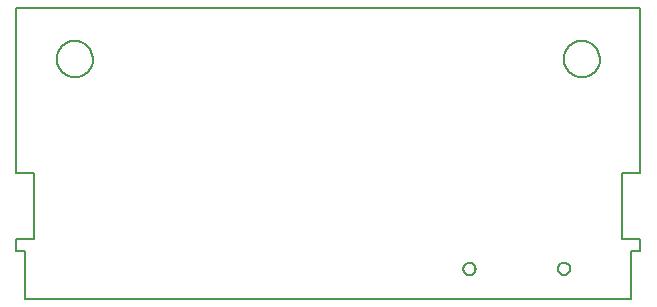
<source format=gbr>
G04 (created by PCBNEW-RS274X (2012-01-19 BZR 3256)-stable) date 26/03/2013 21:56:11*
G01*
G70*
G90*
%MOIN*%
G04 Gerber Fmt 3.4, Leading zero omitted, Abs format*
%FSLAX34Y34*%
G04 APERTURE LIST*
%ADD10C,0.006000*%
%ADD11C,0.005000*%
G04 APERTURE END LIST*
G54D10*
G54D11*
X80000Y-60300D02*
X100800Y-60300D01*
X98456Y-69000D02*
X98452Y-69040D01*
X98440Y-69078D01*
X98421Y-69113D01*
X98396Y-69145D01*
X98365Y-69170D01*
X98329Y-69189D01*
X98291Y-69201D01*
X98251Y-69205D01*
X98212Y-69202D01*
X98173Y-69190D01*
X98138Y-69172D01*
X98106Y-69147D01*
X98081Y-69116D01*
X98061Y-69081D01*
X98049Y-69042D01*
X98045Y-69002D01*
X98048Y-68963D01*
X98059Y-68925D01*
X98077Y-68889D01*
X98102Y-68857D01*
X98133Y-68831D01*
X98168Y-68812D01*
X98206Y-68799D01*
X98246Y-68795D01*
X98285Y-68798D01*
X98324Y-68808D01*
X98360Y-68827D01*
X98392Y-68851D01*
X98418Y-68882D01*
X98438Y-68917D01*
X98450Y-68955D01*
X98455Y-68995D01*
X98456Y-69000D01*
X95306Y-69000D02*
X95302Y-69040D01*
X95290Y-69078D01*
X95271Y-69113D01*
X95246Y-69145D01*
X95215Y-69170D01*
X95179Y-69189D01*
X95141Y-69201D01*
X95101Y-69205D01*
X95062Y-69202D01*
X95023Y-69190D01*
X94988Y-69172D01*
X94956Y-69147D01*
X94931Y-69116D01*
X94911Y-69081D01*
X94899Y-69042D01*
X94895Y-69002D01*
X94898Y-68963D01*
X94909Y-68925D01*
X94927Y-68889D01*
X94952Y-68857D01*
X94983Y-68831D01*
X95018Y-68812D01*
X95056Y-68799D01*
X95096Y-68795D01*
X95135Y-68798D01*
X95174Y-68808D01*
X95210Y-68827D01*
X95242Y-68851D01*
X95268Y-68882D01*
X95288Y-68917D01*
X95300Y-68955D01*
X95305Y-68995D01*
X95306Y-69000D01*
X99450Y-62000D02*
X99438Y-62116D01*
X99404Y-62228D01*
X99349Y-62332D01*
X99275Y-62422D01*
X99185Y-62497D01*
X99082Y-62553D01*
X98970Y-62587D01*
X98854Y-62599D01*
X98738Y-62589D01*
X98626Y-62556D01*
X98522Y-62502D01*
X98431Y-62428D01*
X98355Y-62338D01*
X98299Y-62236D01*
X98264Y-62124D01*
X98251Y-62008D01*
X98260Y-61892D01*
X98293Y-61780D01*
X98346Y-61675D01*
X98419Y-61584D01*
X98508Y-61508D01*
X98610Y-61451D01*
X98722Y-61414D01*
X98838Y-61401D01*
X98954Y-61410D01*
X99066Y-61441D01*
X99171Y-61494D01*
X99263Y-61566D01*
X99340Y-61655D01*
X99398Y-61756D01*
X99435Y-61868D01*
X99449Y-61984D01*
X99450Y-62000D01*
X82550Y-62000D02*
X82538Y-62116D01*
X82504Y-62228D01*
X82449Y-62332D01*
X82375Y-62422D01*
X82285Y-62497D01*
X82182Y-62553D01*
X82070Y-62587D01*
X81954Y-62599D01*
X81838Y-62589D01*
X81726Y-62556D01*
X81622Y-62502D01*
X81531Y-62428D01*
X81455Y-62338D01*
X81399Y-62236D01*
X81364Y-62124D01*
X81351Y-62008D01*
X81360Y-61892D01*
X81393Y-61780D01*
X81446Y-61675D01*
X81519Y-61584D01*
X81608Y-61508D01*
X81710Y-61451D01*
X81822Y-61414D01*
X81938Y-61401D01*
X82054Y-61410D01*
X82166Y-61441D01*
X82271Y-61494D01*
X82363Y-61566D01*
X82440Y-61655D01*
X82498Y-61756D01*
X82535Y-61868D01*
X82549Y-61984D01*
X82550Y-62000D01*
X80300Y-70000D02*
X100500Y-70000D01*
X100800Y-65800D02*
X100800Y-60300D01*
X100200Y-65800D02*
X100800Y-65800D01*
X100200Y-65800D02*
X100200Y-68000D01*
X100800Y-68000D02*
X100200Y-68000D01*
X100800Y-68400D02*
X100800Y-68000D01*
X100500Y-68400D02*
X100800Y-68400D01*
X100500Y-70000D02*
X100500Y-68400D01*
X80000Y-60300D02*
X80000Y-65800D01*
X80600Y-65800D02*
X80000Y-65800D01*
X80600Y-68000D02*
X80600Y-65800D01*
X80000Y-68000D02*
X80600Y-68000D01*
X80000Y-68400D02*
X80000Y-68000D01*
X80300Y-68400D02*
X80000Y-68400D01*
X80300Y-70000D02*
X80300Y-68400D01*
M02*

</source>
